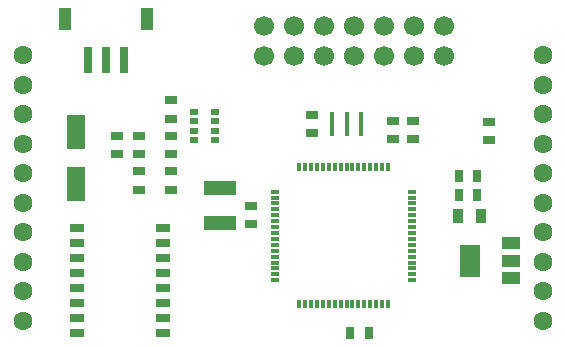
<source format=gts>
%FSLAX34Y34*%
%MOMM*%
G04 EasyPC Gerber Version 18.0.6 Build 3620 *
%ADD99R,0.30000X0.80000*%
%ADD102R,0.40000X2.00000*%
%ADD20R,0.65000X1.00000*%
%ADD90R,0.80000X2.20000*%
%ADD98R,0.90000X1.30000*%
%ADD91R,1.10000X1.90000*%
%ADD71R,1.60000X3.00000*%
%ADD24R,1.70000X2.76000*%
%ADD89C,1.60000*%
%ADD22C,1.70000*%
%ADD100R,0.80000X0.30000*%
%ADD104R,0.75000X0.50000*%
%ADD25R,1.00000X0.65000*%
%ADD103R,1.27000X0.76000*%
%ADD23R,1.50000X1.01000*%
%ADD101R,2.70000X1.20000*%
X0Y0D02*
D02*
D71*
X149735Y206535D02*
D03*
Y250535D02*
D03*
D02*
D20*
X381985Y80535D02*
D03*
X397485D02*
D03*
X473985Y197535D02*
D03*
Y213535D02*
D03*
X489485Y197535D02*
D03*
Y213535D02*
D03*
D02*
D22*
X308535Y314835D02*
D03*
Y340235D02*
D03*
X333935Y314835D02*
D03*
Y340235D02*
D03*
X359335Y314835D02*
D03*
Y340235D02*
D03*
X384735Y314835D02*
D03*
Y340235D02*
D03*
X410135Y314835D02*
D03*
Y340235D02*
D03*
X435535Y314835D02*
D03*
Y340235D02*
D03*
X460935Y314835D02*
D03*
Y340235D02*
D03*
D02*
D23*
X517935Y126535D02*
D03*
Y141535D02*
D03*
Y156535D02*
D03*
D02*
D24*
X483535Y141535D02*
D03*
D02*
D25*
X184735Y231785D02*
D03*
Y247285D02*
D03*
X202735Y201785D02*
D03*
Y217285D02*
D03*
Y231785D02*
D03*
Y247285D02*
D03*
X229735Y201785D02*
D03*
Y217285D02*
D03*
Y231785D02*
D03*
Y247285D02*
D03*
Y261785D02*
D03*
Y277285D02*
D03*
X297735Y172785D02*
D03*
Y188285D02*
D03*
X349735Y249785D02*
D03*
Y265285D02*
D03*
X417735Y244785D02*
D03*
Y260285D02*
D03*
X434735Y244785D02*
D03*
Y260285D02*
D03*
X499735Y243785D02*
D03*
Y259285D02*
D03*
D02*
D89*
X104735Y90535D02*
D03*
Y115535D02*
D03*
Y140535D02*
D03*
Y165535D02*
D03*
Y190535D02*
D03*
Y215535D02*
D03*
Y240535D02*
D03*
Y265535D02*
D03*
Y290535D02*
D03*
Y315535D02*
D03*
X544735Y90535D02*
D03*
Y115535D02*
D03*
Y140535D02*
D03*
Y165535D02*
D03*
Y190535D02*
D03*
Y215535D02*
D03*
Y240535D02*
D03*
Y265535D02*
D03*
Y290535D02*
D03*
Y315535D02*
D03*
D02*
D90*
X160235Y311535D02*
D03*
X175235D02*
D03*
X190235D02*
D03*
D02*
D91*
X140735Y346035D02*
D03*
X209735D02*
D03*
D02*
D98*
X472735Y179535D02*
D03*
X492735D02*
D03*
D02*
D99*
X338735Y104535D02*
D03*
Y220535D02*
D03*
X343735Y104535D02*
D03*
Y220535D02*
D03*
X348735Y104535D02*
D03*
Y220535D02*
D03*
X353735Y104535D02*
D03*
Y220535D02*
D03*
X358735Y104535D02*
D03*
Y220535D02*
D03*
X363735Y104535D02*
D03*
Y220535D02*
D03*
X368735Y104535D02*
D03*
Y220535D02*
D03*
X373735Y104535D02*
D03*
Y220535D02*
D03*
X378735Y104535D02*
D03*
Y220535D02*
D03*
X383735Y104535D02*
D03*
Y220535D02*
D03*
X388735Y104535D02*
D03*
Y220535D02*
D03*
X393735Y104535D02*
D03*
Y220535D02*
D03*
X398735Y104535D02*
D03*
Y220535D02*
D03*
X403735Y104535D02*
D03*
Y220535D02*
D03*
X408735Y104535D02*
D03*
Y220535D02*
D03*
X413735Y104535D02*
D03*
Y220535D02*
D03*
D02*
D100*
X318235Y125035D02*
D03*
Y130035D02*
D03*
Y135035D02*
D03*
Y140035D02*
D03*
Y145035D02*
D03*
Y150035D02*
D03*
Y155035D02*
D03*
Y160035D02*
D03*
Y165035D02*
D03*
Y170035D02*
D03*
Y175035D02*
D03*
Y180035D02*
D03*
Y185035D02*
D03*
Y190035D02*
D03*
Y195035D02*
D03*
Y200035D02*
D03*
X434235Y125035D02*
D03*
Y130035D02*
D03*
Y135035D02*
D03*
Y140035D02*
D03*
Y145035D02*
D03*
Y150035D02*
D03*
Y155035D02*
D03*
Y160035D02*
D03*
Y165035D02*
D03*
Y170035D02*
D03*
Y175035D02*
D03*
Y180035D02*
D03*
Y185035D02*
D03*
Y190035D02*
D03*
Y195035D02*
D03*
Y200035D02*
D03*
D02*
D101*
X271735Y173535D02*
D03*
Y203535D02*
D03*
D02*
D102*
X366735Y257535D02*
D03*
X378735D02*
D03*
X390735D02*
D03*
D02*
D103*
X150735Y80335D02*
D03*
Y93035D02*
D03*
Y105735D02*
D03*
Y118435D02*
D03*
Y131135D02*
D03*
Y143835D02*
D03*
Y156535D02*
D03*
Y169235D02*
D03*
X223735Y80335D02*
D03*
Y93035D02*
D03*
Y105735D02*
D03*
Y118435D02*
D03*
Y131135D02*
D03*
Y143835D02*
D03*
Y156535D02*
D03*
Y169235D02*
D03*
D02*
D104*
X249685Y243535D02*
D03*
Y251535D02*
D03*
Y259535D02*
D03*
Y267535D02*
D03*
X267185Y243535D02*
D03*
Y251535D02*
D03*
Y259535D02*
D03*
Y267535D02*
D03*
X0Y0D02*
M02*

</source>
